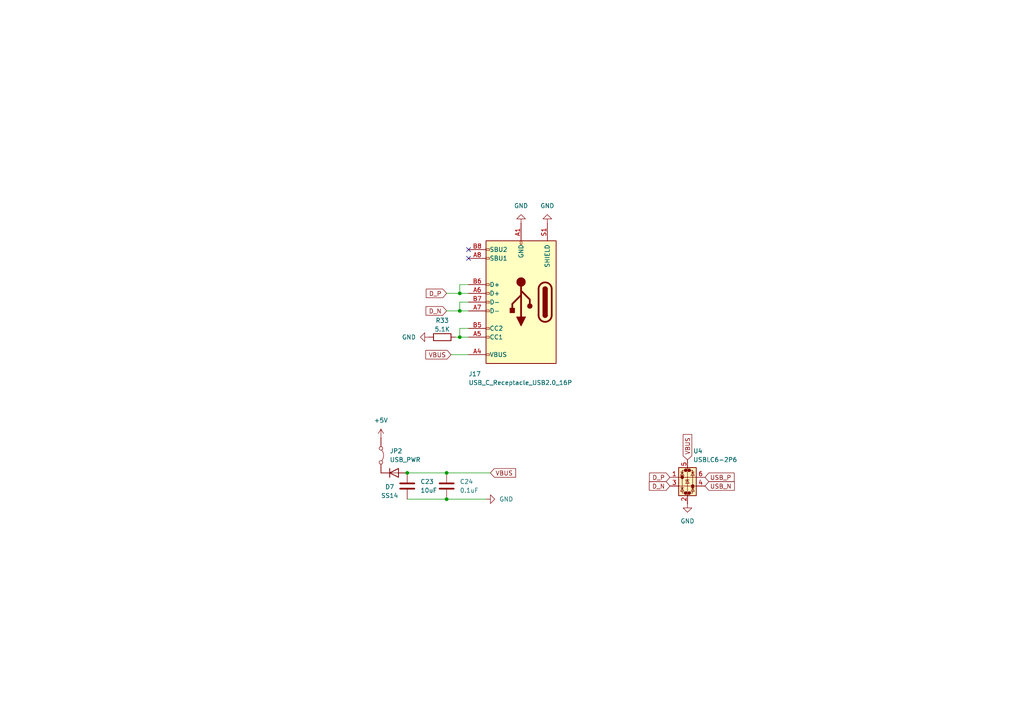
<source format=kicad_sch>
(kicad_sch (version 20231120) (generator "eeschema") (generator_version "8.0")
  (paper "A4")
  (title_block (title "CANBus Checkpoint") (date "2024-05-18") (rev "v1.0") (comment 1 "creativecommons.org/licenses/by-sa/4.0/") (comment 2 "License: CC BY-SA 4.0") (comment 3 "Author: Michael Smith"))
  (lib_symbols
    (symbol "Connector:USB_C_Receptacle_USB2.0_16P" (pin_names (offset 1.016))
      (property "Reference" "J" (at 0 22.225 0))
      (property "Value" "USB_C_Receptacle_USB2.0_16P" (at 0 19.685 0))
      (symbol "USB_C_Receptacle_USB2.0_16P_0_0"
        (rectangle (start -0.254 -17.78) (end 0.254 -16.764))
        (rectangle (start 10.16 -14.986) (end 9.144 -15.494))
        (rectangle (start 10.16 -12.446) (end 9.144 -12.954))
        (rectangle (start 10.16 -4.826) (end 9.144 -5.334))
        (rectangle (start 10.16 -2.286) (end 9.144 -2.794))
        (rectangle (start 10.16 0.254) (end 9.144 -0.254))
        (rectangle (start 10.16 2.794) (end 9.144 2.286))
        (rectangle (start 10.16 7.874) (end 9.144 7.366))
        (rectangle (start 10.16 10.414) (end 9.144 9.906))
        (rectangle (start 10.16 15.494) (end 9.144 14.986))
      )
      (symbol "USB_C_Receptacle_USB2.0_16P_0_1"
        (rectangle (start -10.16 17.78) (end 10.16 -17.78) (stroke (width 0.254)) (fill (type background)))
        (arc (start -8.89 -3.81) (mid -6.985 -5.7067) (end -5.08 -3.81) (stroke (width 0.508)))
        (arc (start -7.62 -3.81) (mid -6.985 -4.4423) (end -6.35 -3.81) (stroke (width 0.254)))
        (arc (start -7.62 -3.81) (mid -6.985 -4.4423) (end -6.35 -3.81) (stroke (width 0.254)) (fill (type outline)))
        (rectangle (start -7.62 -3.81) (end -6.35 3.81) (stroke (width 0.254)) (fill (type outline)))
        (arc (start -6.35 3.81) (mid -6.985 4.4423) (end -7.62 3.81) (stroke (width 0.254)))
        (arc (start -6.35 3.81) (mid -6.985 4.4423) (end -7.62 3.81) (stroke (width 0.254)) (fill (type outline)))
        (arc (start -5.08 3.81) (mid -6.985 5.7067) (end -8.89 3.81) (stroke (width 0.508)))
        (circle (center -2.54 1.143) (radius 0.635) (stroke (width 0.254)) (fill (type outline)))
        (circle (center 0 -5.842) (radius 1.27) (fill (type outline)))
        (polyline (pts (xy -8.89 -3.81) (xy -8.89 3.81)) (stroke (width 0.508)))
        (polyline (pts (xy -5.08 3.81) (xy -5.08 -3.81)) (stroke (width 0.508)))
        (polyline (pts (xy 0 -5.842) (xy 0 4.318)) (stroke (width 0.508)))
        (polyline (pts (xy 0 -3.302) (xy -2.54 -0.762) (xy -2.54 0.508)) (stroke (width 0.508)))
        (polyline (pts (xy 0 -2.032) (xy 2.54 0.508) (xy 2.54 1.778)) (stroke (width 0.508)))
        (polyline (pts (xy -1.27 4.318) (xy 0 6.858) (xy 1.27 4.318) (xy -1.27 4.318)) (stroke (width 0.254)) (fill (type outline)))
        (rectangle (start 1.905 1.778) (end 3.175 3.048) (stroke (width 0.254)) (fill (type outline)))
      )
      (symbol "USB_C_Receptacle_USB2.0_16P_1_1"
        (pin passive line (at 0 -22.86 90) (length 5.08) (name "GND") (number "A1"))
        (pin passive line (at 0 -22.86 90) (length 5.08) hide (name "GND") (number "A12"))
        (pin passive line (at 15.24 15.24 180) (length 5.08) (name "VBUS") (number "A4"))
        (pin bidirectional line (at 15.24 10.16 180) (length 5.08) (name "CC1") (number "A5"))
        (pin bidirectional line (at 15.24 -2.54 180) (length 5.08) (name "D+") (number "A6"))
        (pin bidirectional line (at 15.24 2.54 180) (length 5.08) (name "D-") (number "A7"))
        (pin bidirectional line (at 15.24 -12.7 180) (length 5.08) (name "SBU1") (number "A8"))
        (pin passive line (at 15.24 15.24 180) (length 5.08) hide (name "VBUS") (number "A9"))
        (pin passive line (at 0 -22.86 90) (length 5.08) hide (name "GND") (number "B1"))
        (pin passive line (at 0 -22.86 90) (length 5.08) hide (name "GND") (number "B12"))
        (pin passive line (at 15.24 15.24 180) (length 5.08) hide (name "VBUS") (number "B4"))
        (pin bidirectional line (at 15.24 7.62 180) (length 5.08) (name "CC2") (number "B5"))
        (pin bidirectional line (at 15.24 -5.08 180) (length 5.08) (name "D+") (number "B6"))
        (pin bidirectional line (at 15.24 0 180) (length 5.08) (name "D-") (number "B7"))
        (pin bidirectional line (at 15.24 -15.24 180) (length 5.08) (name "SBU2") (number "B8"))
        (pin passive line (at 15.24 15.24 180) (length 5.08) hide (name "VBUS") (number "B9"))
        (pin passive line (at -7.62 -22.86 90) (length 5.08) (name "SHIELD") (number "S1"))
      )
    )
    (symbol "Device:C" (pin_numbers hide) (pin_names (offset 0.254))
      (property "Reference" "C" (at 0.635 2.54 0))
      (property "Value" "C" (at 0.635 -2.54 0))
      (symbol "C_0_1"
        (polyline (pts (xy -2.032 -0.762) (xy 2.032 -0.762)) (stroke (width 0.508)))
        (polyline (pts (xy -2.032 0.762) (xy 2.032 0.762)) (stroke (width 0.508)))
      )
      (symbol "C_1_1"
        (pin passive line (at 0 3.81 270) (length 2.794) (name "~") (number "1"))
        (pin passive line (at 0 -3.81 90) (length 2.794) (name "~") (number "2"))
      )
    )
    (symbol "Device:D" (pin_numbers hide) (pin_names (offset 1.016) hide)
      (property "Reference" "D" (at 0 2.54 0))
      (property "Value" "D" (at 0 -2.54 0))
      (symbol "D_0_1"
        (polyline (pts (xy -1.27 1.27) (xy -1.27 -1.27)) (stroke (width 0.254)))
        (polyline (pts (xy 1.27 0) (xy -1.27 0)))
        (polyline (pts (xy 1.27 1.27) (xy 1.27 -1.27) (xy -1.27 0) (xy 1.27 1.27)) (stroke (width 0.254)))
      )
      (symbol "D_1_1"
        (pin passive line (at -3.81 0 0) (length 2.54) (name "K") (number "1"))
        (pin passive line (at 3.81 0 180) (length 2.54) (name "A") (number "2"))
      )
    )
    (symbol "Device:R" (pin_numbers hide) (pin_names (offset 0))
      (property "Reference" "R" (at 2.032 0 90))
      (property "Value" "R" (at 0 0 90))
      (symbol "R_0_1"
        (rectangle (start -1.016 -2.54) (end 1.016 2.54) (stroke (width 0.254)))
      )
      (symbol "R_1_1"
        (pin passive line (at 0 3.81 270) (length 1.27) (name "~") (number "1"))
        (pin passive line (at 0 -3.81 90) (length 1.27) (name "~") (number "2"))
      )
    )
    (symbol "Jumper:Jumper_2_Bridged" (pin_numbers hide) (pin_names (offset 0) hide) (exclude_from_sim yes)
      (property "Reference" "JP" (at 0 1.905 0))
      (property "Value" "Jumper_2_Bridged" (at 0 -2.54 0))
      (symbol "Jumper_2_Bridged_0_0"
        (circle (center -2.032 0) (radius 0.508))
        (circle (center 2.032 0) (radius 0.508))
      )
      (symbol "Jumper_2_Bridged_0_1"
        (arc (start 1.524 0.254) (mid 0 0.762) (end -1.524 0.254))
      )
      (symbol "Jumper_2_Bridged_1_1"
        (pin passive line (at -5.08 0 0) (length 2.54) (name "A") (number "1"))
        (pin passive line (at 5.08 0 180) (length 2.54) (name "B") (number "2"))
      )
    )
    (symbol "Power_Protection:USBLC6-2P6" (pin_names hide)
      (property "Reference" "U" (at 0.635 5.715 0))
      (property "Value" "USBLC6-2P6" (at 0.635 3.81 0))
      (symbol "USBLC6-2P6_0_0"
        (circle (center -1.524 0) (radius 0.0001) (stroke (width 0.508)))
        (circle (center -0.508 -4.572) (radius 0.0001) (stroke (width 0.508)))
        (circle (center -0.508 2.032) (radius 0.0001) (stroke (width 0.508)))
        (circle (center 0.508 -4.572) (radius 0.0001) (stroke (width 0.508)))
        (circle (center 0.508 2.032) (radius 0.0001) (stroke (width 0.508)))
        (circle (center 1.524 -2.54) (radius 0.0001) (stroke (width 0.508)))
      )
      (symbol "USBLC6-2P6_0_1"
        (polyline (pts (xy -2.54 -2.54) (xy 2.54 -2.54)))
        (polyline (pts (xy -2.54 0) (xy 2.54 0)))
        (polyline (pts (xy -2.032 -3.048) (xy -1.016 -3.048)))
        (polyline (pts (xy -1.016 1.524) (xy -2.032 1.524)))
        (polyline (pts (xy 1.016 -3.048) (xy 2.032 -3.048)))
        (polyline (pts (xy 1.016 1.524) (xy 2.032 1.524)))
        (polyline (pts (xy -0.508 -1.143) (xy -0.508 -0.762) (xy 0.508 -0.762)))
        (polyline (pts (xy -2.032 0.508) (xy -1.016 0.508) (xy -1.524 1.524) (xy -2.032 0.508)))
        (polyline (pts (xy -1.016 -4.064) (xy -2.032 -4.064) (xy -1.524 -3.048) (xy -1.016 -4.064)))
        (polyline (pts (xy 0.508 -1.778) (xy -0.508 -1.778) (xy 0 -0.762) (xy 0.508 -1.778)))
        (polyline (pts (xy 2.032 -4.064) (xy 1.016 -4.064) (xy 1.524 -3.048) (xy 2.032 -4.064)))
        (polyline (pts (xy 2.032 0.508) (xy 1.016 0.508) (xy 1.524 1.524) (xy 2.032 0.508)))
        (polyline (pts (xy 0 2.54) (xy -0.508 2.032) (xy 0.508 2.032) (xy 0 1.524) (xy 0 -4.064) (xy -0.508 -4.572) (xy 0.508 -4.572) (xy 0 -5.08)))
      )
      (symbol "USBLC6-2P6_1_1"
        (rectangle (start -2.54 2.794) (end 2.54 -5.334) (stroke (width 0.254)) (fill (type background)))
        (polyline (pts (xy -0.508 2.032) (xy -1.524 2.032) (xy -1.524 -4.572) (xy -0.508 -4.572)))
        (polyline (pts (xy 0.508 -4.572) (xy 1.524 -4.572) (xy 1.524 2.032) (xy 0.508 2.032)))
        (pin passive line (at -5.08 0 0) (length 2.54) (name "I/O1") (number "1"))
        (pin passive line (at 0 -7.62 90) (length 2.54) (name "GND") (number "2"))
        (pin passive line (at -5.08 -2.54 0) (length 2.54) (name "I/O2") (number "3"))
        (pin passive line (at 5.08 -2.54 180) (length 2.54) (name "I/O2") (number "4"))
        (pin passive line (at 0 5.08 270) (length 2.54) (name "VBUS") (number "5"))
        (pin passive line (at 5.08 0 180) (length 2.54) (name "I/O1") (number "6"))
      )
    )
    (symbol "power:+5V" (power) (pin_numbers hide) (pin_names (offset 0) hide)
      (property "Value" "+5V" (at 0 3.556 0))
      (symbol "+5V_0_1"
        (polyline (pts (xy -0.762 1.27) (xy 0 2.54)))
        (polyline (pts (xy 0 0) (xy 0 2.54)))
        (polyline (pts (xy 0 2.54) (xy 0.762 1.27)))
      )
      (symbol "+5V_1_1"
        (pin power_in line (at 0 0 90) (length 0) (name "~") (number "1"))
      )
    )
    (symbol "power:GND" (power) (pin_numbers hide) (pin_names (offset 0) hide)
      (property "Value" "GND" (at 0 -3.81 0))
      (symbol "GND_0_1"
        (polyline (pts (xy 0 0) (xy 0 -1.27) (xy 1.27 -1.27) (xy 0 -2.54) (xy -1.27 -1.27) (xy 0 -1.27)))
      )
      (symbol "GND_1_1"
        (pin power_in line (at 0 0 270) (length 0) (name "~") (number "1"))
      )
    )
  )
  (junction (at 129.54 137.16))
  (junction (at 133.35 85.09))
  (junction (at 129.54 144.78))
  (junction (at 118.11 137.16))
  (junction (at 133.35 90.17))
  (junction (at 133.35 97.79))
  (no_connect (at 135.89 72.39))
  (no_connect (at 135.89 74.93))
  (wire (pts (xy 129.54 137.16) (xy 142.24 137.16)))
  (wire (pts (xy 133.35 90.17) (xy 135.89 90.17)))
  (wire (pts (xy 133.35 87.63) (xy 133.35 90.17)))
  (wire (pts (xy 130.81 102.87) (xy 135.89 102.87)))
  (wire (pts (xy 133.35 82.55) (xy 133.35 85.09)))
  (wire (pts (xy 135.89 95.25) (xy 133.35 95.25)))
  (wire (pts (xy 135.89 82.55) (xy 133.35 82.55)))
  (wire (pts (xy 133.35 85.09) (xy 135.89 85.09)))
  (wire (pts (xy 129.54 85.09) (xy 133.35 85.09)))
  (wire (pts (xy 133.35 97.79) (xy 135.89 97.79)))
  (wire (pts (xy 129.54 144.78) (xy 140.97 144.78)))
  (wire (pts (xy 129.54 90.17) (xy 133.35 90.17)))
  (wire (pts (xy 118.11 144.78) (xy 129.54 144.78)))
  (wire (pts (xy 132.08 97.79) (xy 133.35 97.79)))
  (wire (pts (xy 133.35 95.25) (xy 133.35 97.79)))
  (wire (pts (xy 118.11 137.16) (xy 129.54 137.16)))
  (wire (pts (xy 135.89 87.63) (xy 133.35 87.63)))
  (global_label "D_P" (shape input) (at 194.31 138.43 180) (property "Intersheetrefs" "${INTERSHEET_REFS}" (effects (hide yes))))
  (global_label "D_N" (shape input) (at 194.31 140.97 180) (property "Intersheetrefs" "${INTERSHEET_REFS}" (effects (hide yes))))
  (global_label "VBUS" (shape input) (at 130.81 102.87 180) (property "Intersheetrefs" "${INTERSHEET_REFS}" (effects (hide yes))))
  (global_label "D_P" (shape input) (at 129.54 85.09 180) (property "Intersheetrefs" "${INTERSHEET_REFS}" (effects (hide yes))))
  (global_label "VBUS" (shape input) (at 199.39 133.35 90) (property "Intersheetrefs" "${INTERSHEET_REFS}" (effects (hide yes))))
  (global_label "USB_N" (shape input) (at 204.47 140.97 0) (property "Intersheetrefs" "${INTERSHEET_REFS}" (effects (hide yes))))
  (global_label "VBUS" (shape input) (at 142.24 137.16 0) (property "Intersheetrefs" "${INTERSHEET_REFS}" (effects (hide yes))))
  (global_label "D_N" (shape input) (at 129.54 90.17 180) (property "Intersheetrefs" "${INTERSHEET_REFS}" (effects (hide yes))))
  (global_label "USB_P" (shape input) (at 204.47 138.43 0) (property "Intersheetrefs" "${INTERSHEET_REFS}" (effects (hide yes))))
  (symbol (lib_id "power:GND") (at 151.13 64.77 180) (unit 1)
    (property "Reference" "#PWR052" (effects (hide yes)))
    (property "Value" "GND" (at 151.13 59.69 0))
    (property "Description" "Power symbol creates a global label with name \"GND\" , ground" (effects (hide yes)))
  )
  (symbol (lib_id "Device:C") (at 118.11 140.97 0) (unit 1)
    (property "Reference" "C23" (at 121.92 139.6999 0) (effects (justify left)))
    (property "Value" "10uF" (at 121.92 142.2399 0) (effects (justify left)))
    (property "Footprint" "Capacitor_SMD:C_0805_2012Metric" (effects (hide yes)))
    (property "Description" "Unpolarized capacitor" (effects (hide yes)))
  )
  (symbol (lib_id "Device:D") (at 114.3 137.16 0) (unit 1)
    (property "Reference" "D7" (at 113.03 141.224 0))
    (property "Value" "SS14" (at 113.03 143.764 0))
    (property "Footprint" "Diode_SMD:D_SMA" (effects (hide yes)))
    (property "Description" "Diode" (effects (hide yes)))
    (property "Sim.Device" "D" (effects (hide yes)))
    (property "Sim.Pins" "1=K 2=A" (effects (hide yes)))
  )
  (symbol (lib_id "Power_Protection:USBLC6-2P6") (at 199.39 138.43 0) (unit 1)
    (property "Reference" "U4" (at 201.0411 130.81 0) (effects (justify left)))
    (property "Value" "USBLC6-2P6" (at 201.0411 133.35 0) (effects (justify left)))
    (property "Footprint" "Package_TO_SOT_SMD:SOT-666" (effects (hide yes)))
    (property "Datasheet" "https://www.st.com/resource/en/datasheet/usblc6-2.pdf" (effects (hide yes)))
    (property "Description" "Very low capacitance ESD protection diode, 2 data-line, SOT-666" (effects (hide yes)))
  )
  (symbol (lib_id "power:GND") (at 199.39 146.05 0) (unit 1)
    (property "Reference" "#PWR054" (effects (hide yes)))
    (property "Value" "GND" (at 199.39 151.13 0))
    (property "Description" "Power symbol creates a global label with name \"GND\" , ground" (effects (hide yes)))
  )
  (symbol (lib_id "Connector:USB_C_Receptacle_USB2.0_16P") (at 151.13 87.63 180) (unit 1)
    (property "Reference" "J17" (at 135.89 108.458 0) (effects (justify right)))
    (property "Value" "USB_C_Receptacle_USB2.0_16P" (at 135.89 110.998 0) (effects (justify right)))
    (property "Footprint" "Connector_USB:USB_C_Receptacle_XKB_U262-16XN-4BVC11" (effects (hide yes)))
    (property "Datasheet" "https://www.usb.org/sites/default/files/documents/usb_type-c.zip" (effects (hide yes)))
    (property "Description" "USB 2.0-only 16P Type-C Receptacle connector" (effects (hide yes)))
  )
  (symbol (lib_id "power:GND") (at 158.75 64.77 180) (unit 1)
    (property "Reference" "#PWR053" (effects (hide yes)))
    (property "Value" "GND" (at 158.75 59.69 0))
    (property "Description" "Power symbol creates a global label with name \"GND\" , ground" (effects (hide yes)))
  )
  (symbol (lib_id "power:+5V") (at 110.49 127 0) (unit 1)
    (property "Reference" "#PWR049" (effects (hide yes)))
    (property "Value" "+5V" (at 110.49 121.92 0))
    (property "Description" "Power symbol creates a global label with name \"+5V\"" (effects (hide yes)))
  )
  (symbol (lib_id "Device:C") (at 129.54 140.97 0) (unit 1)
    (property "Reference" "C24" (at 133.35 139.6999 0) (effects (justify left)))
    (property "Value" "0.1uF" (at 133.35 142.2399 0) (effects (justify left)))
    (property "Footprint" "Capacitor_SMD:C_0402_1005Metric" (effects (hide yes)))
    (property "Description" "Unpolarized capacitor" (effects (hide yes)))
  )
  (symbol (lib_id "power:GND") (at 140.97 144.78 90) (unit 1)
    (property "Reference" "#PWR051" (effects (hide yes)))
    (property "Value" "GND" (at 144.78 144.7799 90) (effects (justify right)))
    (property "Description" "Power symbol creates a global label with name \"GND\" , ground" (effects (hide yes)))
  )
  (symbol (lib_id "power:GND") (at 124.46 97.79 270) (unit 1)
    (property "Reference" "#PWR050" (effects (hide yes)))
    (property "Value" "GND" (at 120.65 97.7899 90) (effects (justify right)))
    (property "Description" "Power symbol creates a global label with name \"GND\" , ground" (effects (hide yes)))
  )
  (symbol (lib_id "Device:R") (at 128.27 97.79 90) (unit 1)
    (property "Reference" "R33" (at 128.27 92.964 90))
    (property "Value" "5.1K" (at 128.27 95.504 90))
    (property "Footprint" "Resistor_SMD:R_0603_1608Metric" (effects (hide yes)))
    (property "Description" "Resistor" (effects (hide yes)))
  )
  (symbol (lib_id "Jumper:Jumper_2_Bridged") (at 110.49 132.08 270) (unit 1) (exclude_from_sim yes)
    (property "Reference" "JP2" (at 113.03 130.8099 90) (effects (justify left)))
    (property "Value" "USB_PWR" (at 113.03 133.3499 90) (effects (justify left)))
    (property "Footprint" "Connector_PinHeader_2.54mm:PinHeader_1x02_P2.54mm_Vertical" (effects (hide yes)))
    (property "Description" "Jumper, 2-pole, closed/bridged" (effects (hide yes)))
  )
)
</source>
